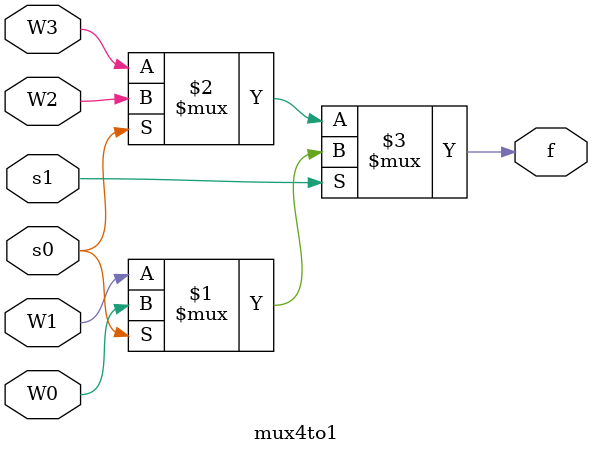
<source format=v>
module mux4to1(s1, s0, W0, W1, W2, W3, f);

	input W0, W1, W2, W3, s1, s0;
	output f;

	assign f = s1 ? (s0 ? W0 : W1) : (s0 ? W2 : W3);
	//assign f = (~s1&s0&W3)|(~s1&s0&W1)|(s1&~s0&W2)|(s1&s0&W3);

endmodule

</source>
